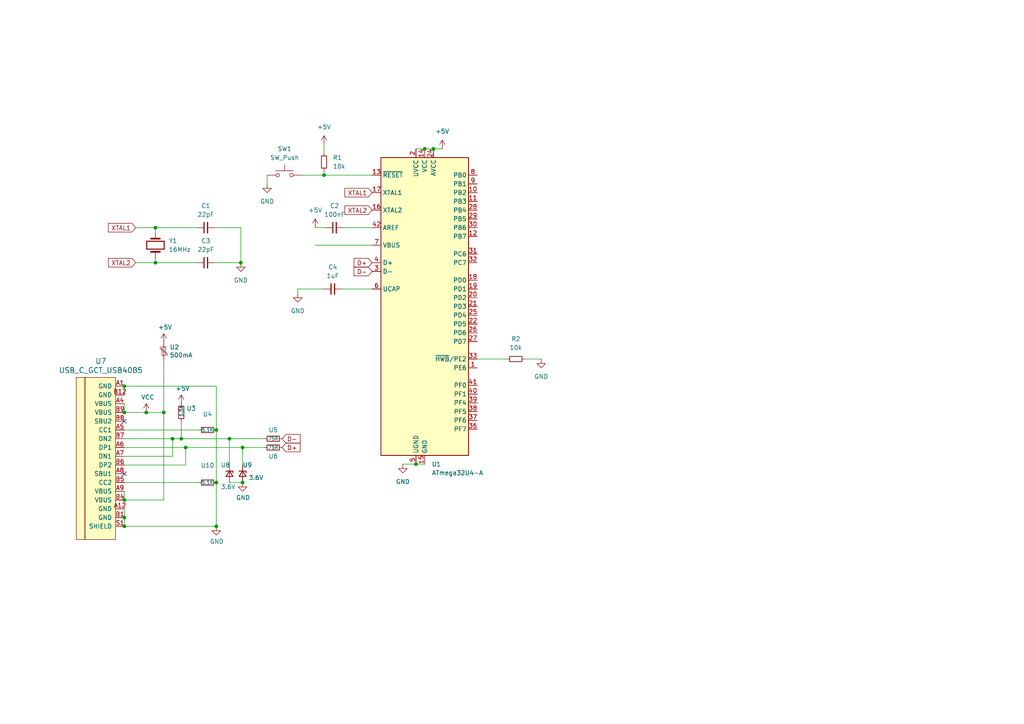
<source format=kicad_sch>
(kicad_sch (version 20211123) (generator eeschema)
  (paper "A4")
  (lib_symbols
    (symbol "Device:C_Small" (pin_numbers hide) (pin_names (offset 0.254) hide)
      (property "Reference" "C" (at 0.254 1.778 0))
      (property "Value" "C_Small" (at 0.254 -2.032 0))
      (symbol "C_Small_0_1"
        (polyline (pts (xy -1.524 -0.508) (xy 1.524 -0.508)) (stroke (width 0.3302)))
        (polyline (pts (xy -1.524 0.508) (xy 1.524 0.508)) (stroke (width 0.3048)))
      )
      (symbol "C_Small_1_1"
        (pin passive line (at 0 2.54 270) (length 2.032) (name "~") (number "1"))
        (pin passive line (at 0 -2.54 90) (length 2.032) (name "~") (number "2"))
      )
    )
    (symbol "Device:Crystal" (pin_numbers hide) (pin_names (offset 1.016) hide)
      (property "Reference" "Y" (at 0 3.81 0))
      (property "Value" "Crystal" (at 0 -3.81 0))
      (symbol "Crystal_0_1"
        (rectangle (start -1.143 2.54) (end 1.143 -2.54) (stroke (width 0.3048)))
        (polyline (pts (xy -2.54 0) (xy -1.905 0)))
        (polyline (pts (xy -1.905 -1.27) (xy -1.905 1.27)) (stroke (width 0.508)))
        (polyline (pts (xy 1.905 -1.27) (xy 1.905 1.27)) (stroke (width 0.508)))
        (polyline (pts (xy 2.54 0) (xy 1.905 0)))
      )
      (symbol "Crystal_1_1"
        (pin passive line (at -3.81 0 0) (length 1.27) (name "1") (number "1"))
        (pin passive line (at 3.81 0 180) (length 1.27) (name "2") (number "2"))
      )
    )
    (symbol "Device:D_Zener_Small" (pin_numbers hide) (pin_names (offset 0.254) hide)
      (property "Reference" "D" (at 0 2.286 0))
      (property "Value" "D_Zener_Small" (at 0 -2.286 0))
      (symbol "D_Zener_Small_0_1"
        (polyline (pts (xy 0.762 0) (xy -0.762 0)))
        (polyline (pts (xy -0.254 1.016) (xy -0.762 1.016) (xy -0.762 -1.016)) (stroke (width 0.254)))
        (polyline (pts (xy 0.762 1.016) (xy -0.762 0) (xy 0.762 -1.016) (xy 0.762 1.016)) (stroke (width 0.254)))
      )
      (symbol "D_Zener_Small_1_1"
        (pin passive line (at -2.54 0 0) (length 1.778) (name "K") (number "1"))
        (pin passive line (at 2.54 0 180) (length 1.778) (name "A") (number "2"))
      )
    )
    (symbol "Device:Polyfuse_Small" (pin_numbers hide) (pin_names (offset 0))
      (property "Reference" "F" (at -1.905 0 90))
      (property "Value" "Polyfuse_Small" (at 1.905 0 90))
      (symbol "Polyfuse_Small_0_1"
        (rectangle (start -0.508 1.27) (end 0.508 -1.27))
        (polyline (pts (xy 0 2.54) (xy 0 -2.54)))
        (polyline (pts (xy -1.016 1.27) (xy -1.016 0.762) (xy 1.016 -0.762) (xy 1.016 -1.27)))
      )
      (symbol "Polyfuse_Small_1_1"
        (pin passive line (at 0 2.54 270) (length 0.635) (name "~") (number "1"))
        (pin passive line (at 0 -2.54 90) (length 0.635) (name "~") (number "2"))
      )
    )
    (symbol "Device:R_Small" (pin_numbers hide) (pin_names (offset 0.254) hide)
      (property "Reference" "R" (at 0.762 0.508 0))
      (property "Value" "R_Small" (at 0.762 -1.016 0))
      (symbol "R_Small_0_1"
        (rectangle (start -0.762 1.778) (end 0.762 -1.778) (stroke (width 0.2032)))
      )
      (symbol "R_Small_1_1"
        (pin passive line (at 0 2.54 270) (length 0.762) (name "~") (number "1"))
        (pin passive line (at 0 -2.54 90) (length 0.762) (name "~") (number "2"))
      )
    )
    (symbol "MCU_Microchip_ATmega:ATmega32U4-A"
      (property "Reference" "U" (at -12.7 44.45 0))
      (property "Value" "ATmega32U4-A" (at 2.54 -44.45 0))
      (symbol "ATmega32U4-A_0_1"
        (rectangle (start -12.7 -43.18) (end 12.7 43.18) (stroke (width 0.254)) (fill (type background)))
      )
      (symbol "ATmega32U4-A_1_1"
        (pin bidirectional line (at 15.24 -17.78 180) (length 2.54) (name "PE6") (number "1"))
        (pin bidirectional line (at 15.24 33.02 180) (length 2.54) (name "PB2") (number "10"))
        (pin bidirectional line (at 15.24 30.48 180) (length 2.54) (name "PB3") (number "11"))
        (pin bidirectional line (at 15.24 20.32 180) (length 2.54) (name "PB7") (number "12"))
        (pin input line (at -15.24 38.1 0) (length 2.54) (name "~{RESET}") (number "13"))
        (pin power_in line (at 0 45.72 270) (length 2.54) (name "VCC") (number "14"))
        (pin power_in line (at 0 -45.72 90) (length 2.54) (name "GND") (number "15"))
        (pin output line (at -15.24 27.94 0) (length 2.54) (name "XTAL2") (number "16"))
        (pin input line (at -15.24 33.02 0) (length 2.54) (name "XTAL1") (number "17"))
        (pin bidirectional line (at 15.24 7.62 180) (length 2.54) (name "PD0") (number "18"))
        (pin bidirectional line (at 15.24 5.08 180) (length 2.54) (name "PD1") (number "19"))
        (pin power_in line (at -2.54 45.72 270) (length 2.54) (name "UVCC") (number "2"))
        (pin bidirectional line (at 15.24 2.54 180) (length 2.54) (name "PD2") (number "20"))
        (pin bidirectional line (at 15.24 0 180) (length 2.54) (name "PD3") (number "21"))
        (pin bidirectional line (at 15.24 -5.08 180) (length 2.54) (name "PD5") (number "22"))
        (pin passive line (at 0 -45.72 90) (length 2.54) hide (name "GND") (number "23"))
        (pin power_in line (at 2.54 45.72 270) (length 2.54) (name "AVCC") (number "24"))
        (pin bidirectional line (at 15.24 -2.54 180) (length 2.54) (name "PD4") (number "25"))
        (pin bidirectional line (at 15.24 -7.62 180) (length 2.54) (name "PD6") (number "26"))
        (pin bidirectional line (at 15.24 -10.16 180) (length 2.54) (name "PD7") (number "27"))
        (pin bidirectional line (at 15.24 27.94 180) (length 2.54) (name "PB4") (number "28"))
        (pin bidirectional line (at 15.24 25.4 180) (length 2.54) (name "PB5") (number "29"))
        (pin bidirectional line (at -15.24 10.16 0) (length 2.54) (name "D-") (number "3"))
        (pin bidirectional line (at 15.24 22.86 180) (length 2.54) (name "PB6") (number "30"))
        (pin bidirectional line (at 15.24 15.24 180) (length 2.54) (name "PC6") (number "31"))
        (pin bidirectional line (at 15.24 12.7 180) (length 2.54) (name "PC7") (number "32"))
        (pin bidirectional line (at 15.24 -15.24 180) (length 2.54) (name "~{HWB}/PE2") (number "33"))
        (pin passive line (at 0 45.72 270) (length 2.54) hide (name "VCC") (number "34"))
        (pin passive line (at 0 -45.72 90) (length 2.54) hide (name "GND") (number "35"))
        (pin bidirectional line (at 15.24 -35.56 180) (length 2.54) (name "PF7") (number "36"))
        (pin bidirectional line (at 15.24 -33.02 180) (length 2.54) (name "PF6") (number "37"))
        (pin bidirectional line (at 15.24 -30.48 180) (length 2.54) (name "PF5") (number "38"))
        (pin bidirectional line (at 15.24 -27.94 180) (length 2.54) (name "PF4") (number "39"))
        (pin bidirectional line (at -15.24 12.7 0) (length 2.54) (name "D+") (number "4"))
        (pin bidirectional line (at 15.24 -25.4 180) (length 2.54) (name "PF1") (number "40"))
        (pin bidirectional line (at 15.24 -22.86 180) (length 2.54) (name "PF0") (number "41"))
        (pin passive line (at -15.24 22.86 0) (length 2.54) (name "AREF") (number "42"))
        (pin passive line (at 0 -45.72 90) (length 2.54) hide (name "GND") (number "43"))
        (pin passive line (at 2.54 45.72 270) (length 2.54) hide (name "AVCC") (number "44"))
        (pin passive line (at -2.54 -45.72 90) (length 2.54) (name "UGND") (number "5"))
        (pin passive line (at -15.24 5.08 0) (length 2.54) (name "UCAP") (number "6"))
        (pin input line (at -15.24 17.78 0) (length 2.54) (name "VBUS") (number "7"))
        (pin bidirectional line (at 15.24 38.1 180) (length 2.54) (name "PB0") (number "8"))
        (pin bidirectional line (at 15.24 35.56 180) (length 2.54) (name "PB1") (number "9"))
      )
    )
    (symbol "Switch:SW_Push" (pin_numbers hide) (pin_names (offset 1.016) hide)
      (property "Reference" "SW" (at 1.27 2.54 0))
      (property "Value" "SW_Push" (at 0 -1.524 0))
      (symbol "SW_Push_0_1"
        (circle (center -2.032 0) (radius 0.508))
        (polyline (pts (xy 0 1.27) (xy 0 3.048)))
        (polyline (pts (xy 2.54 1.27) (xy -2.54 1.27)))
        (circle (center 2.032 0) (radius 0.508))
        (pin passive line (at -5.08 0 0) (length 2.54) (name "1") (number "1"))
        (pin passive line (at 5.08 0 180) (length 2.54) (name "2") (number "2"))
      )
    )
    (symbol "discipad-pcb-rescue:USB_C_GCT_USB4085-Type-C" (pin_names (offset 1.016))
      (property "Reference" "USB" (at -5.08 22.86 0))
      (property "Value" "USB_C_GCT_USB4085-Type-C" (at -10.16 -1.27 90))
      (symbol "USB_C_GCT_USB4085-Type-C_0_1"
        (rectangle (start -11.43 21.59) (end -8.89 -25.4) (fill (type background)))
        (rectangle (start 0 -25.4) (end -8.89 21.59) (fill (type background)))
      )
      (symbol "USB_C_GCT_USB4085-Type-C_1_1"
        (pin input line (at 2.54 19.05 180) (length 2.54) (name "GND") (number "A1"))
        (pin input line (at 2.54 -16.51 180) (length 2.54) (name "GND") (number "A12"))
        (pin input line (at 2.54 13.97 180) (length 2.54) (name "VBUS") (number "A4"))
        (pin input line (at 2.54 6.35 180) (length 2.54) (name "CC1") (number "A5"))
        (pin input line (at 2.54 1.27 180) (length 2.54) (name "DP1") (number "A6"))
        (pin input line (at 2.54 -1.27 180) (length 2.54) (name "DN1") (number "A7"))
        (pin input line (at 2.54 -6.35 180) (length 2.54) (name "SBU1") (number "A8"))
        (pin input line (at 2.54 -11.43 180) (length 2.54) (name "VBUS") (number "A9"))
        (pin input line (at 2.54 -19.05 180) (length 2.54) (name "GND") (number "B1"))
        (pin input line (at 2.54 16.51 180) (length 2.54) (name "GND") (number "B12"))
        (pin input line (at 2.54 -13.97 180) (length 2.54) (name "VBUS") (number "B4"))
        (pin input line (at 2.54 -8.89 180) (length 2.54) (name "CC2") (number "B5"))
        (pin input line (at 2.54 -3.81 180) (length 2.54) (name "DP2") (number "B6"))
        (pin input line (at 2.54 3.81 180) (length 2.54) (name "DN2") (number "B7"))
        (pin input line (at 2.54 8.89 180) (length 2.54) (name "SBU2") (number "B8"))
        (pin input line (at 2.54 11.43 180) (length 2.54) (name "VBUS") (number "B9"))
        (pin input line (at 2.54 -21.59 180) (length 2.54) (name "SHIELD") (number "S1"))
      )
    )
    (symbol "power:+5V" (power) (pin_names (offset 0))
      (property "Value" "+5V" (at 0 3.556 0))
      (symbol "+5V_0_1"
        (polyline (pts (xy -0.762 1.27) (xy 0 2.54)))
        (polyline (pts (xy 0 0) (xy 0 2.54)))
        (polyline (pts (xy 0 2.54) (xy 0.762 1.27)))
      )
      (symbol "+5V_1_1"
        (pin power_in line (at 0 0 90) (length 0) hide (name "+5V") (number "1"))
      )
    )
    (symbol "power:GND" (power) (pin_names (offset 0))
      (property "Value" "GND" (at 0 -3.81 0))
      (symbol "GND_0_1"
        (polyline (pts (xy 0 0) (xy 0 -1.27) (xy 1.27 -1.27) (xy 0 -2.54) (xy -1.27 -1.27) (xy 0 -1.27)))
      )
      (symbol "GND_1_1"
        (pin power_in line (at 0 0 270) (length 0) hide (name "GND") (number "1"))
      )
    )
    (symbol "power:VCC" (power) (pin_names (offset 0))
      (property "Value" "VCC" (at 0 3.81 0))
      (symbol "VCC_0_1"
        (polyline (pts (xy -0.762 1.27) (xy 0 2.54)))
        (polyline (pts (xy 0 0) (xy 0 2.54)))
        (polyline (pts (xy 0 2.54) (xy 0.762 1.27)))
      )
      (symbol "VCC_1_1"
        (pin power_in line (at 0 0 90) (length 0) hide (name "VCC") (number "1"))
      )
    )
  )
  (junction (at 62.738 139.954))
  (junction (at 70.358 139.954))
  (junction (at 45.085 76.2))
  (junction (at 93.98 50.8))
  (junction (at 120.65 134.62))
  (junction (at 62.738 152.654))
  (junction (at 125.73 43.18))
  (junction (at 42.418 119.634))
  (junction (at 36.068 145.034))
  (junction (at 36.068 119.634))
  (junction (at 53.848 129.794))
  (junction (at 47.498 119.634))
  (junction (at 36.068 150.114))
  (junction (at 66.548 127.254))
  (junction (at 123.19 43.18))
  (junction (at 50.038 127.254))
  (junction (at 36.068 152.654))
  (junction (at 70.358 129.794))
  (junction (at 45.085 66.04))
  (junction (at 62.738 124.714))
  (junction (at 69.85 76.2))
  (junction (at 52.578 127.254))
  (junction (at 36.068 112.014))
  (no_connect (at 36.068 137.414))
  (no_connect (at 36.068 122.174))
  (wire (pts (xy 120.65 134.62) (xy 123.19 134.62)))
  (wire (pts (xy 36.068 145.034) (xy 36.068 142.494)))
  (wire (pts (xy 36.068 150.114) (xy 36.068 152.654)))
  (wire (pts (xy 50.038 132.334) (xy 50.038 127.254)))
  (wire (pts (xy 66.548 127.254) (xy 52.578 127.254)))
  (wire (pts (xy 39.37 76.2) (xy 45.085 76.2)))
  (wire (pts (xy 77.47 50.8) (xy 77.47 53.34)))
  (wire (pts (xy 36.068 119.634) (xy 42.418 119.634)))
  (wire (pts (xy 93.98 83.82) (xy 86.36 83.82)))
  (wire (pts (xy 87.63 50.8) (xy 93.98 50.8)))
  (wire (pts (xy 70.358 129.794) (xy 76.708 129.794)))
  (wire (pts (xy 53.848 129.794) (xy 70.358 129.794)))
  (wire (pts (xy 70.358 134.874) (xy 70.358 129.794)))
  (wire (pts (xy 125.73 43.18) (xy 128.27 43.18)))
  (wire (pts (xy 36.068 152.654) (xy 62.738 152.654)))
  (wire (pts (xy 36.068 124.714) (xy 57.658 124.714)))
  (wire (pts (xy 62.738 112.014) (xy 62.738 124.714)))
  (wire (pts (xy 47.498 119.634) (xy 47.498 104.394)))
  (wire (pts (xy 116.84 134.62) (xy 120.65 134.62)))
  (wire (pts (xy 36.068 139.954) (xy 57.658 139.954)))
  (wire (pts (xy 91.44 71.12) (xy 107.95 71.12)))
  (wire (pts (xy 36.068 129.794) (xy 53.848 129.794)))
  (wire (pts (xy 36.068 134.874) (xy 53.848 134.874)))
  (wire (pts (xy 36.068 119.634) (xy 36.068 117.094)))
  (wire (pts (xy 123.19 43.18) (xy 125.73 43.18)))
  (wire (pts (xy 47.498 145.034) (xy 47.498 119.634)))
  (wire (pts (xy 45.085 76.2) (xy 57.15 76.2)))
  (wire (pts (xy 36.068 114.554) (xy 36.068 112.014)))
  (wire (pts (xy 53.848 134.874) (xy 53.848 129.794)))
  (wire (pts (xy 39.37 66.04) (xy 45.085 66.04)))
  (wire (pts (xy 36.068 132.334) (xy 50.038 132.334)))
  (wire (pts (xy 99.06 83.82) (xy 107.95 83.82)))
  (wire (pts (xy 45.085 66.04) (xy 45.085 67.31)))
  (wire (pts (xy 152.146 104.14) (xy 156.972 104.14)))
  (wire (pts (xy 93.98 41.91) (xy 93.98 44.45)))
  (wire (pts (xy 138.43 104.14) (xy 147.066 104.14)))
  (wire (pts (xy 86.36 83.82) (xy 86.36 85.09)))
  (wire (pts (xy 42.418 119.634) (xy 47.498 119.634)))
  (wire (pts (xy 93.98 49.53) (xy 93.98 50.8)))
  (wire (pts (xy 66.548 134.874) (xy 66.548 127.254)))
  (wire (pts (xy 52.578 127.254) (xy 52.578 122.174)))
  (wire (pts (xy 69.85 76.2) (xy 62.23 76.2)))
  (wire (pts (xy 36.068 145.034) (xy 47.498 145.034)))
  (wire (pts (xy 62.23 66.04) (xy 69.85 66.04)))
  (wire (pts (xy 66.548 127.254) (xy 76.708 127.254)))
  (wire (pts (xy 36.068 112.014) (xy 62.738 112.014)))
  (wire (pts (xy 36.068 147.574) (xy 36.068 150.114)))
  (wire (pts (xy 69.85 66.04) (xy 69.85 76.2)))
  (wire (pts (xy 66.548 139.954) (xy 70.358 139.954)))
  (wire (pts (xy 120.65 43.18) (xy 123.19 43.18)))
  (wire (pts (xy 45.085 74.93) (xy 45.085 76.2)))
  (wire (pts (xy 62.738 124.714) (xy 62.738 139.954)))
  (wire (pts (xy 99.568 66.04) (xy 107.95 66.04)))
  (wire (pts (xy 91.44 66.04) (xy 94.488 66.04)))
  (wire (pts (xy 93.98 50.8) (xy 107.95 50.8)))
  (wire (pts (xy 52.578 127.254) (xy 50.038 127.254)))
  (wire (pts (xy 62.738 139.954) (xy 62.738 152.654)))
  (wire (pts (xy 45.085 66.04) (xy 57.15 66.04)))
  (wire (pts (xy 50.038 127.254) (xy 36.068 127.254)))
  (global_label "XTAL1" (shape input) (at 39.37 66.04 180) (property "Intersheet References" "${INTERSHEET_REFS}" (effects hide)))
  (global_label "D-" (shape input) (at 81.788 127.254 0) (property "Intersheet References" "${INTERSHEET_REFS}" (effects hide)))
  (global_label "XTAL2" (shape input) (at 107.95 60.96 180) (property "Intersheet References" "${INTERSHEET_REFS}" (effects hide)))
  (global_label "XTAL1" (shape input) (at 107.95 55.88 180) (property "Intersheet References" "${INTERSHEET_REFS}" (effects hide)))
  (global_label "D+" (shape input) (at 107.95 76.2 180) (property "Intersheet References" "${INTERSHEET_REFS}" (effects hide)))
  (global_label "D-" (shape input) (at 107.95 78.74 180) (property "Intersheet References" "${INTERSHEET_REFS}" (effects hide)))
  (global_label "D+" (shape input) (at 81.788 129.794 0) (property "Intersheet References" "${INTERSHEET_REFS}" (effects hide)))
  (global_label "XTAL2" (shape input) (at 39.37 76.2 180) (property "Intersheet References" "${INTERSHEET_REFS}" (effects hide)))
  (symbol (lib_id "Device:R_Small") (at 79.248 129.794 270) (unit 1)
    (property "Reference" "U6" (at 79.248 132.334 90))
    (property "Value" "75R" (at 79.248 129.794 90) (effects (font (size 0.9906 0.9906))))
    (property "Footprint" "Resistor_THT:R_Axial_DIN0204_L3.6mm_D1.6mm_P5.08mm_Horizontal" (effects hide))
  )
  (symbol (lib_id "Device:D_Zener_Small") (at 66.548 137.414 270) (unit 1)
    (property "Reference" "U8" (at 64.008 134.874 90) (effects (justify left)))
    (property "Value" "3.6V" (at 64.008 141.224 90) (effects (justify left)))
    (property "Footprint" "Diode_THT:D_DO-35_SOD27_P5.08mm_Horizontal" (effects hide))
  )
  (symbol (lib_id "power:GND") (at 116.84 134.62 0) (unit 1)
    (property "Reference" "#PWR011" (effects hide))
    (property "Value" "GND" (at 116.84 139.7 0))
  )
  (symbol (lib_id "Device:Crystal") (at 45.085 71.12 90) (unit 1)
    (property "Reference" "Y1" (at 48.895 69.8499 90) (effects (justify right)))
    (property "Value" "16MHz" (at 48.895 72.3899 90) (effects (justify right)))
  )
  (symbol (lib_id "power:GND") (at 69.85 76.2 0) (unit 1)
    (property "Reference" "#PWR05" (effects hide))
    (property "Value" "GND" (at 69.85 81.28 0))
  )
  (symbol (lib_id "Device:D_Zener_Small") (at 70.358 137.414 270) (unit 1)
    (property "Reference" "U9" (at 70.358 134.874 90) (effects (justify left)))
    (property "Value" "3.6V" (at 72.0852 138.557 90) (effects (justify left)))
    (property "Footprint" "Diode_THT:D_DO-35_SOD27_P5.08mm_Horizontal" (effects hide))
  )
  (symbol (lib_id "Device:C_Small") (at 97.028 66.04 90) (unit 1)
    (property "Reference" "C2" (at 97.0343 59.69 90))
    (property "Value" "100nF" (at 97.0343 62.23 90))
  )
  (symbol (lib_id "power:GND") (at 156.972 104.14 0) (unit 1)
    (property "Reference" "#PWR08" (effects hide))
    (property "Value" "GND" (at 156.972 109.22 0))
  )
  (symbol (lib_id "power:VCC") (at 42.418 119.634 0) (unit 1)
    (property "Reference" "#PWR010" (effects hide))
    (property "Value" "VCC" (at 42.8498 115.2398 0))
  )
  (symbol (lib_id "Device:R_Small") (at 60.198 139.954 270) (unit 1)
    (property "Reference" "U10" (at 60.198 134.9756 90))
    (property "Value" "5.1K" (at 60.198 139.954 90) (effects (font (size 0.9906 0.9906))))
    (property "Footprint" "Resistor_THT:R_Axial_DIN0204_L3.6mm_D1.6mm_P5.08mm_Horizontal" (effects hide))
  )
  (symbol (lib_id "Device:R_Small") (at 79.248 127.254 90) (unit 1)
    (property "Reference" "U5" (at 79.248 124.714 90))
    (property "Value" "75R" (at 79.248 127.254 90) (effects (font (size 0.9906 0.9906))))
    (property "Footprint" "Resistor_THT:R_Axial_DIN0204_L3.6mm_D1.6mm_P5.08mm_Horizontal" (effects hide))
  )
  (symbol (lib_id "power:GND") (at 77.47 53.34 0) (unit 1)
    (property "Reference" "#PWR03" (effects hide))
    (property "Value" "GND" (at 77.47 58.42 0))
  )
  (symbol (lib_id "Switch:SW_Push") (at 82.55 50.8 0) (unit 1)
    (property "Reference" "SW1" (at 82.55 43.18 0))
    (property "Value" "SW_Push" (at 82.55 45.72 0))
  )
  (symbol (lib_id "Device:R_Small") (at 52.578 119.634 0) (unit 1)
    (property "Reference" "U3" (at 54.0766 118.4656 0) (effects (justify left)))
    (property "Value" "1.5K" (at 52.578 120.904 90) (effects (font (size 0.9906 0.9906)) (justify left)))
    (property "Footprint" "Resistor_THT:R_Axial_DIN0204_L3.6mm_D1.6mm_P5.08mm_Horizontal" (effects hide))
  )
  (symbol (lib_id "Device:R_Small") (at 93.98 46.99 0) (unit 1)
    (property "Reference" "R1" (at 96.52 45.7199 0) (effects (justify left)))
    (property "Value" "10k" (at 96.52 48.2599 0) (effects (justify left)))
  )
  (symbol (lib_id "power:+5V") (at 128.27 43.18 0) (unit 1)
    (property "Reference" "#PWR02" (effects hide))
    (property "Value" "+5V" (at 128.27 38.1 0))
  )
  (symbol (lib_id "Device:Polyfuse_Small") (at 47.498 101.854 0) (unit 1)
    (property "Reference" "U2" (at 49.2252 100.6856 0) (effects (justify left)))
    (property "Value" "500mA" (at 49.2252 102.997 0) (effects (justify left)))
    (property "Footprint" "keyboard_parts:polyfuse_5.1mm" (effects hide))
  )
  (symbol (lib_id "power:+5V") (at 93.98 41.91 0) (unit 1)
    (property "Reference" "#PWR01" (effects hide))
    (property "Value" "+5V" (at 93.98 36.83 0))
  )
  (symbol (lib_id "Device:R_Small") (at 60.198 124.714 270) (unit 1)
    (property "Reference" "U4" (at 60.198 120.142 90))
    (property "Value" "5.1K" (at 60.198 124.714 90) (effects (font (size 0.9906 0.9906))))
    (property "Footprint" "Resistor_THT:R_Axial_DIN0204_L3.6mm_D1.6mm_P5.08mm_Horizontal" (effects hide))
  )
  (symbol (lib_id "power:GND") (at 86.36 85.09 0) (unit 1)
    (property "Reference" "#PWR06" (effects hide))
    (property "Value" "GND" (at 86.36 90.17 0))
  )
  (symbol (lib_id "power:+5V") (at 47.498 99.314 0) (unit 1)
    (property "Reference" "#PWR07" (effects hide))
    (property "Value" "+5V" (at 47.879 94.9198 0))
  )
  (symbol (lib_id "power:+5V") (at 91.44 66.04 0) (unit 1)
    (property "Reference" "#PWR04" (effects hide))
    (property "Value" "+5V" (at 91.44 60.96 0))
  )
  (symbol (lib_id "discipad-pcb-rescue:USB_C_GCT_USB4085-Type-C") (at 33.528 131.064 0) (unit 1)
    (property "Reference" "U7" (at 29.2354 104.7242 0) (effects (font (size 1.524 1.524))))
    (property "Value" "USB_C_GCT_USB4085" (at 29.2354 107.4166 0) (effects (font (size 1.524 1.524))))
    (property "Footprint" "Type-C:USB_C_GCT_USB4085" (effects hide))
  )
  (symbol (lib_id "Device:R_Small") (at 149.606 104.14 90) (unit 1)
    (property "Reference" "R2" (at 149.606 98.298 90))
    (property "Value" "10k" (at 149.606 100.838 90))
  )
  (symbol (lib_id "power:+5V") (at 52.578 117.094 0) (unit 1)
    (property "Reference" "#PWR09" (effects hide))
    (property "Value" "+5V" (at 52.959 112.6998 0))
  )
  (symbol (lib_id "MCU_Microchip_ATmega:ATmega32U4-A") (at 123.19 88.9 0) (unit 1)
    (property "Reference" "U1" (at 125.2094 134.62 0) (effects (justify left)))
    (property "Value" "ATmega32U4-A" (at 125.2094 137.16 0) (effects (justify left)))
    (property "Footprint" "Package_QFP:TQFP-44_10x10mm_P0.8mm" (effects hide))
    (property "Datasheet" "http://ww1.microchip.com/downloads/en/DeviceDoc/Atmel-7766-8-bit-AVR-ATmega16U4-32U4_Datasheet.pdf" (effects hide))
  )
  (symbol (lib_id "Device:C_Small") (at 59.69 66.04 90) (unit 1)
    (property "Reference" "C1" (at 59.6963 59.69 90))
    (property "Value" "22pF" (at 59.6963 62.23 90))
  )
  (symbol (lib_id "Device:C_Small") (at 96.52 83.82 90) (unit 1)
    (property "Reference" "C4" (at 96.5263 77.47 90))
    (property "Value" "1uF" (at 96.5263 80.01 90))
  )
  (symbol (lib_id "Device:C_Small") (at 59.69 76.2 90) (unit 1)
    (property "Reference" "C3" (at 59.6963 69.85 90))
    (property "Value" "22pF" (at 59.6963 72.39 90))
  )
  (symbol (lib_id "power:GND") (at 62.738 152.654 0) (unit 1)
    (property "Reference" "#PWR013" (effects hide))
    (property "Value" "GND" (at 62.865 157.0482 0))
  )
  (symbol (lib_id "power:GND") (at 70.358 139.954 0) (unit 1)
    (property "Reference" "#PWR012" (effects hide))
    (property "Value" "GND" (at 70.485 144.3482 0))
  )
)
</source>
